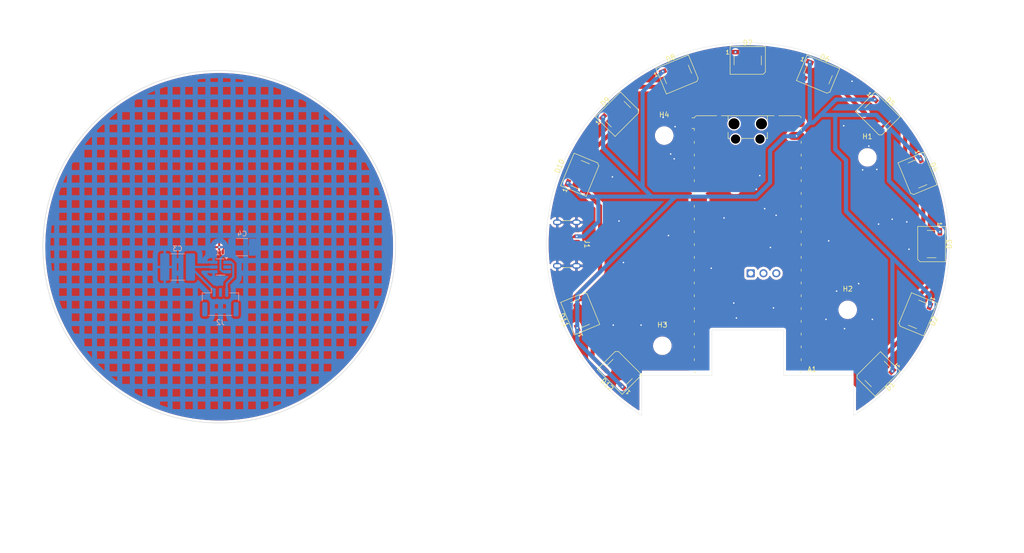
<source format=kicad_pcb>
(kicad_pcb (version 20241229) (generator "pcbnew") (generator_version "9.0")
  (layers (0 "F.Cu" signal) (2 "B.Cu" signal) (13 "F.Paste" user) (15 "B.Paste" user) (5 "F.SilkS" user "F.Silkscreen") (7 "B.SilkS" user "B.Silkscreen") (1 "F.Mask" user) (3 "B.Mask" user) (25 "Edge.Cuts" user))
  (net 0 "")
  (net 3 "GND")
  (net 12 "Net-(A1-GPIO16)")
  (net 30 "Net-(D1-DOUT)")
  (net 31 "+5V")
  (net 32 "Net-(D2-DOUT)")
  (net 33 "Net-(D3-DOUT)")
  (net 34 "Net-(D4-DOUT)")
  (net 35 "Net-(D5-DOUT)")
  (net 36 "Net-(D6-DOUT)")
  (net 37 "Net-(D7-DOUT)")
  (net 38 "Net-(D8-DOUT)")
  (net 39 "Net-(D10-DIN)")
  (net 40 "Net-(D10-DOUT)")
  (net 41 "Net-(D11-DOUT)")
  (net 43 "Net-(J1-CC1)")
  (net 44 "Net-(J1-CC2)")
  (net 46 "+3V3")
  (net 48 "Net-(J2-Pin_3)")
  (net 49 "Net-(J2-Pin_1)")
  (net 51 "Net-(U1-I)")
  (footprint "MountingHole:MountingHole_3.2mm_M3" (layer "F.Cu") (at 216.74 103.95)
    (property "Reference" "H2" (at 0 -4.15 0) (layer "F.SilkS"))
    (property "Value" "MountingHole")
    (pad "" np_thru_hole circle (at 0 0) (size 3.2 3.2) (drill 3.2) (layers "*.Cu" "*.Mask"))
  )
  (footprint "Connector_USB:USB_C_Receptacle_GCT_USB4125-xx-x-0190_6P_TopMnt_Horizontal" (layer "F.Cu") (at 159.9 90.89 -90)
    (property "Reference" "J1" (at 0 -5.1 270) (layer "F.SilkS"))
    (property "Value" "USB_C_Receptacle_PowerOnly_6P")
    (pad "A5" smd roundrect (at -0.5 -3.08 270) (size 0.7 1.2) (layers "F.Cu" "F.Mask" "F.Paste") (net 43 "Net-(J1-CC1)"))
    (pad "A9" smd roundrect (at 1.52 -3.08 90) (size 0.76 1.2) (layers "F.Cu" "F.Mask" "F.Paste") (net 31 "+5V"))
    (pad "A12" smd roundrect (at 2.75 -3.08 90) (size 0.8 1.2) (layers "F.Cu" "F.Mask" "F.Paste") (net 3 "GND"))
    (pad "B5" smd roundrect (at 0.5 -3.08 90) (size 0.7 1.2) (layers "F.Cu" "F.Mask" "F.Paste") (net 44 "Net-(J1-CC2)"))
    (pad "B9" smd roundrect (at -1.52 -3.08 270) (size 0.76 1.2) (layers "F.Cu" "F.Mask" "F.Paste") (net 31 "+5V"))
    (pad "B12" smd roundrect (at -2.75 -3.08 270) (size 0.8 1.2) (layers "F.Cu" "F.Mask" "F.Paste") (net 3 "GND"))
    (pad "S1" thru_hole oval (at -4.32 -3 270) (size 1.1 1.7) (drill oval 0.6 1.2) (property pad_prop_heatsink) (layers "*.Cu" "*.Mask" "F.Paste") (net 3 "GND"))
    (pad "S1" thru_hole oval (at -4.32 0.8 270) (size 1.1 1.7) (drill oval 0.6 1.2) (property pad_prop_heatsink) (layers "*.Cu" "*.Mask" "F.Paste") (net 3 "GND"))
    (pad "S1" thru_hole oval (at 4.32 -3 270) (size 1.1 1.7) (drill oval 0.6 1.2) (property pad_prop_heatsink) (layers "*.Cu" "*.Mask" "F.Paste") (net 3 "GND"))
    (pad "S1" thru_hole oval (at 4.32 0.8 270) (size 1.1 1.7) (drill oval 0.6 1.2) (property pad_prop_heatsink) (layers "*.Cu" "*.Mask" "F.Paste") (net 3 "GND"))
  )
  (footprint "LED_SMD:LED_WS2812B_PLCC4_5.0x5.0mm_P3.2mm" (layer "F.Cu") (at 222.705538 116.690715 -135)
    (property "Reference" "D1" (at 0 -3.5 45) (layer "F.SilkS"))
    (property "Value" "WS2812B")
    (fp_text user "1" (at -4 -1.6 225) (layer "F.SilkS") (effects (font (size 0.8 0.8))))
    (pad "1" smd roundrect (at -2.45 -1.65 225) (size 1.5 0.9) (layers "F.Cu" "F.Mask" "F.Paste") (roundrect_rratio 0.1) (net 31 "+5V"))
    (pad "2" smd roundrect (at -2.45 1.65 225) (size 1.5 0.9) (layers "F.Cu" "F.Mask" "F.Paste") (roundrect_rratio 0.1) (net 30 "Net-(D1-DOUT)"))
    (pad "3" smd roundrect (at 2.45 1.65 225) (size 1.5 0.9) (layers "F.Cu" "F.Mask" "F.Paste") (roundrect_rratio 0.1) (net 3 "GND"))
    (pad "4" smd roundrect (at 2.45 -1.65 225) (size 1.5 0.9) (layers "F.Cu" "F.Mask" "F.Paste") (roundrect_rratio 0.1) (net 12 "Net-(A1-GPIO16)"))
  )
  (footprint "Module:RaspberryPi_Pico_W_SMD_HandSolder" (layer "F.Cu") (at 196.9 91)
    (property "Reference" "A1" (at 11.7475 24.765 0) (layer "F.SilkS") (effects (justify left)))
    (property "Value" "RaspberryPi_Pico_W")
    (pad "" smd rect (at -8.89 -24.13) (size 3.8 2.2) (drill (offset -0.8 0)) (layers "F.Paste"))
    (pad "" smd rect (at -8.89 -21.59) (size 3.8 2.2) (drill (offset -0.8 0)) (layers "F.Paste"))
    (pad "" smd rect (at -8.89 -19.05) (size 3.8 2.2) (drill (offset -0.8 0)) (layers "F.Paste"))
    (pad "" smd rect (at -8.89 -16.51) (size 3.8 2.2) (drill (offset -0.8 0)) (layers "F.Paste"))
    (pad "" smd rect (at -8.89 -13.97) (size 3.8 2.2) (drill (offset -0.8 0)) (layers "F.Paste"))
    (pad "" smd rect (at -8.89 -11.43) (size 3.8 2.2) (drill (offset -0.8 0)) (layers "F.Paste"))
    (pad "" smd rect (at -8.89 -8.89) (size 3.8 2.2) (drill (offset -0.8 0)) (layers "F.Paste"))
    (pad "" smd rect (at -8.89 -6.35) (size 3.8 2.2) (drill (offset -0.8 0)) (layers "F.Paste"))
    (pad "" smd rect (at -8.89 -3.81) (size 3.8 2.2) (drill (offset -0.8 0)) (layers "F.Paste"))
    (pad "" smd rect (at -8.89 -1.27) (size 3.8 2.2) (drill (offset -0.8 0)) (layers "F.Paste"))
    (pad "" smd rect (at -8.89 1.27) (size 3.8 2.2) (drill (offset -0.8 0)) (layers "F.Paste"))
    (pad "" smd rect (at -8.89 3.81) (size 3.8 2.2) (drill (offset -0.8 0)) (layers "F.Paste"))
    (pad "" smd rect (at -8.89 6.35) (size 3.8 2.2) (drill (offset -0.8 0)) (layers "F.Paste"))
    (pad "" smd rect (at -8.89 8.89) (size 3.8 2.2) (drill (offset -0.8 0)) (layers "F.Paste"))
    (pad "" smd rect (at -8.89 11.43) (size 3.8 2.2) (drill (offset -0.8 0)) (layers "F.Paste"))
    (pad "" smd rect (at -8.89 13.97) (size 3.8 2.2) (drill (offset -0.8 0)) (layers "F.Paste"))
    (pad "" smd rect (at -8.89 16.51) (size 3.8 2.2) (drill (offset -0.8 0)) (layers "F.Paste"))
    (pad "" smd rect (at -8.89 19.05) (size 3.8 2.2) (drill (offset -0.8 0)) (layers "F.Paste"))
    (pad "" smd rect (at -8.89 21.59) (size 3.8 2.2) (drill (offset -0.8 0)) (layers "F.Paste"))
    (pad "" smd rect (at -8.89 24.13) (size 3.8 2.2) (drill (offset -0.8 0)) (layers "F.Paste"))
    (pad "" np_thru_hole circle (at -2.725 -24) (size 2.2 2.2) (drill 2.2) (layers "*.Mask"))
    (pad "" np_thru_hole circle (at -2.425 -20.97) (size 1.85 1.85) (drill 1.85) (layers "*.Mask"))
    (pad "" np_thru_hole circle (at 2.425 -20.97) (size 1.85 1.85) (drill 1.85) (layers "*.Mask"))
    (pad "" np_thru_hole circle (at 2.725 -24) (size 2.2 2.2) (drill 2.2) (layers "*.Mask"))
    (pad "" smd rect (at 8.89 -24.13) (size 3.8 2.2) (drill (offset 0.8 0)) (layers "F.Paste"))
    (pad "" smd rect (at 8.89 -21.59) (size 3.8 2.2) (drill (offset 0.8 0)) (layers "F.Paste"))
    (pad "" smd rect (at 8.89 -19.05) (size 3.8 2.2) (drill (offset 0.8 0)) (layers "F.Paste"))
    (pad "" smd rect (at 8.89 -16.51) (size 3.8 2.2) (drill (offset 0.8 0)) (layers "F.Paste"))
    (pad "" smd rect (at 8.89 -13.97) (size 3.8 2.2) (drill (offset 0.8 0)) (layers "F.Paste"))
    (pad "" smd rect (at 8.89 -11.43) (size 3.8 2.2) (drill (offset 0.8 0)) (layers "F.Paste"))
    (pad "" smd rect (at 8.89 -8.89) (size 3.8 2.2) (drill (offset 0.8 0)) (layers "F.Paste"))
    (pad "" smd rect (at 8.89 -6.35) (size 3.8 2.2) (drill (offset 0.8 0)) (layers "F.Paste"))
    (pad "" smd rect (at 8.89 -3.81) (size 3.8 2.2) (drill (offset 0.8 0)) (layers "F.Paste"))
    (pad "" smd rect (at 8.89 -1.27) (size 3.8 2.2) (drill (offset 0.8 0)) (layers "F.Paste"))
    (pad "" smd rect (at 8.89 1.27) (size 3.8 2.2) (drill (offset 0.8 0)) (layers "F.Paste"))
    (pad "" smd rect (at 8.89 3.81) (size 3.8 2.2) (drill (offset 0.8 0)) (layers "F.Paste"))
    (pad "" smd rect (at 8.89 6.35) (size 3.8 2.2) (drill (offset 0.8 0)) (layers "F.Paste"))
    (pad "" smd rect (at 8.89 8.89) (size 3.8 2.2) (drill (offset 0.8 0)) (layers "F.Paste"))
    (pad "" smd rect (at 8.89 11.43) (size 3.8 2.2) (drill (offset 0.8 0)) (layers "F.Paste"))
    (pad "" smd rect (at 8.89 13.97) (size 3.8 2.2) (drill (offset 0.8 0)) (layers "F.Paste"))
    (pad "" smd rect (at 8.89 16.51) (size 3.8 2.2) (drill (offset 0.8 0)) (layers "F.Paste"))
    (pad "" smd rect (at 8.89 19.05) (size 3.8 2.2) (drill (offset 0.8 0)) (layers "F.Paste"))
    (pad "" smd rect (at 8.89 21.59) (size 3.8 2.2) (drill (offset 0.8 0)) (layers "F.Paste"))
    (pad "" smd rect (at 8.89 24.13) (size 3.8 2.2) (drill (offset 0.8 0)) (layers "F.Paste"))
    (pad "1" smd custom (at -9.69 -24.13) (size 1.6 0.8) (layers "F.Cu" "F.Mask") (options (clearance outline) (anchor rect)) (primitives (gr_circle (center 0.8 0) (end 1.6 0) (width 0) (fill yes)) (gr_poly (pts (xy -1.6 -0.6) (xy -1.6 0.6) (xy -1.4 0.8) (xy 0.8 0.8) (xy 0.8 -0.8) (xy -1.4 -0.8)) (width 0) (fill yes)) (gr_circle (center -1.4 -0.6) (end -1.2 -0.6) (width 0) (fill yes)) (gr_circle (center -1.4 0.6) (end -1.2 0.6) (width 0) (fill yes))))
    (pad "2" smd roundrect (at -9.69 -21.59) (size 3.2 1.6) (layers "F.Cu" "F.Mask") (roundrect_rratio 0.5))
    (pad "3" smd custom (at -9.69 -19.05) (size 1.6 0.8) (layers "F.Cu" "F.Mask") (net 3 "GND") (options (clearance outline) (anchor rect)) (primitives (gr_circle (center -0.8 0) (end 0 0) (width 0) (fill yes)) (gr_poly (pts (xy 1.6 -0.6) (xy 1.6 0.6) (xy 1.4 0.8) (xy -0.8 0.8) (xy -0.8 -0.8) (xy 1.4 -0.8)) (width 0) (fill yes)) (gr_circle (center 1.4 -0.6) (end 1.6 -0.6) (width 0) (fill yes)) (gr_circle (center 1.4 0.6) (end 1.6 0.6) (width 0) (fill yes))))
    (pad "4" smd roundrect (at -9.69 -16.51) (size 3.2 1.6) (layers "F.Cu" "F.Mask") (roundrect_rratio 0.5))
    (pad "5" smd roundrect (at -9.69 -13.97) (size 3.2 1.6) (layers "F.Cu" "F.Mask") (roundrect_rratio 0.5))
    (pad "6" smd roundrect (at -9.69 -11.43) (size 3.2 1.6) (layers "F.Cu" "F.Mask") (roundrect_rratio 0.5))
    (pad "7" smd roundrect (at -9.69 -8.89) (size 3.2 1.6) (layers "F.Cu" "F.Mask") (roundrect_rratio 0.5))
    (pad "8" smd custom (at -9.69 -6.35) (size 1.6 0.8) (layers "F.Cu" "F.Mask") (net 3 "GND") (options (clearance outline) (anchor rect)) (primitives (gr_circle (center -0.8 0) (end 0 0) (width 0) (fill yes)) (gr_poly (pts (xy 1.6 -0.6) (xy 1.6 0.6) (xy 1.4 0.8) (xy -0.8 0.8) (xy -0.8 -0.8) (xy 1.4 -0.8)) (width 0) (fill yes)) (gr_circle (center 1.4 -0.6) (end 1.6 -0.6) (width 0) (fill yes)) (gr_circle (center 1.4 0.6) (end 1.6 0.6) (width 0) (fill yes))))
    (pad "9" smd roundrect (at -9.69 -3.81) (size 3.2 1.6) (layers "F.Cu" "F.Mask") (roundrect_rratio 0.5))
    (pad "10" smd roundrect (at -9.69 -1.27) (size 3.2 1.6) (layers "F.Cu" "F.Mask") (roundrect_rratio 0.5))
    (pad "11" smd roundrect (at -9.69 1.27) (size 3.2 1.6) (layers "F.Cu" "F.Mask") (roundrect_rratio 0.5))
    (pad "12" smd roundrect (at -9.69 3.81) (size 3.2 1.6) (layers "F.Cu" "F.Mask") (roundrect_rratio 0.5))
    (pad "13" smd custom (at -9.69 6.35) (size 1.6 0.8) (layers "F.Cu" "F.Mask") (net 3 "GND") (options (clearance outline) (anchor rect)) (primitives (gr_circle (center -0.8 0) (end 0 0) (width 0) (fill yes)) (gr_poly (pts (xy 1.6 -0.6) (xy 1.6 0.6) (xy 1.4 0.8) (xy -0.8 0.8) (xy -0.8 -0.8) (xy 1.4 -0.8)) (width 0) (fill yes)) (gr_circle (center 1.4 -0.6) (end 1.6 -0.6) (width 0) (fill yes)) (gr_circle (center 1.4 0.6) (end 1.6 0.6) (width 0) (fill yes))))
    (pad "14" smd roundrect (at -9.69 8.89) (size 3.2 1.6) (layers "F.Cu" "F.Mask") (roundrect_rratio 0.5))
    (pad "15" smd roundrect (at -9.69 11.43) (size 3.2 1.6) (layers "F.Cu" "F.Mask") (roundrect_rratio 0.5))
    (pad "16" smd roundrect (at -9.69 13.97) (size 3.2 1.6) (layers "F.Cu" "F.Mask") (roundrect_rratio 0.5))
    (pad "17" smd roundrect (at -9.69 16.51) (size 3.2 1.6) (layers "F.Cu" "F.Mask") (roundrect_rratio 0.5))
    (pad "18" smd custom (at -9.69 19.05) (size 1.6 0.8) (layers "F.Cu" "F.Mask") (net 3 "GND") (options (clearance outline) (anchor rect)) (primitives (gr_circle (center -0.8 0) (end 0 0) (width 0) (fill yes)) (gr_poly (pts (xy 1.6 -0.6) (xy 1.6 0.6) (xy 1.4 0.8) (xy -0.8 0.8) (xy -0.8 -0.8) (xy 1.4 -0.8)) (width 0) (fill yes)) (gr_circle (center 1.4 -0.6) (end 1.6 -0.6) (width 0) (fill yes)) (gr_circle (center 1.4 0.6) (end 1.6 0.6) (width 0) (fill yes))))
    (pad "19" smd roundrect (at -9.69 21.59) (size 3.2 1.6) (layers "F.Cu" "F.Mask") (roundrect_rratio 0.5))
    (pad "20" smd roundrect (at -9.69 24.13) (size 3.2 1.6) (layers "F.Cu" "F.Mask") (roundrect_rratio 0.5))
    (pad "21" smd roundrect (at 9.69 24.13) (size 3.2 1.6) (layers "F.Cu" "F.Mask") (roundrect_rratio 0.5) (net 12 "Net-(A1-GPIO16)"))
    (pad "22" smd roundrect (at 9.69 21.59) (size 3.2 1.6) (layers "F.Cu" "F.Mask") (roundrect_rratio 0.5))
    (pad "23" smd custom (at 9.69 19.05) (size 1.6 0.8) (layers "F.Cu" "F.Mask") (net 3 "GND") (options (clearance outline) (anchor rect)) (primitives (gr_circle (center 0.8 0) (end 1.6 0) (width 0) (fill yes)) (gr_poly (pts (xy -1.6 -0.6) (xy -1.6 0.6) (xy -1.4 0.8) (xy 0.8 0.8) (xy 0.8 -0.8) (xy -1.4 -0.8)) (width 0) (fill yes)) (gr_circle (center -1.4 -0.6) (end -1.2 -0.6) (width 0) (fill yes)) (gr_circle (center -1.4 0.6) (end -1.2 0.6) (width 0) (fill yes))))
    (pad "24" smd roundrect (at 9.69 16.51) (size 3.2 1.6) (layers "F.Cu" "F.Mask") (roundrect_rratio 0.5))
    (pad "25" smd roundrect (at 9.69 13.97) (size 3.2 1.6) (layers "F.Cu" "F.Mask") (roundrect_rratio 0.5))
    (pad "26" smd roundrect (at 9.69 11.43) (size 3.2 1.6) (layers "F.Cu" "F.Mask") (roundrect_rratio 0.5))
    (pad "27" smd roundrect (at 9.69 8.89) (size 3.2 1.6) (layers "F.Cu" "F.Mask") (roundrect_rratio 0.5))
    (pad "28" smd custom (at 9.69 6.35) (size 1.6 0.8) (layers "F.Cu" "F.Mask") (net 3 "GND") (options (clearance outline) (anchor rect)) (primitives (gr_circle (center 0.8 0) (end 1.6 0) (width 0) (fill yes)) (gr_poly (pts (xy -1.6 -0.6) (xy -1.6 0.6) (xy -1.4 0.8) (xy 0.8 0.8) (xy 0.8 -0.8) (xy -1.4 -0.8)) (width 0) (fill yes)) (gr_circle (center -1.4 -0.6) (end -1.2 -0.6) (width 0) (fill yes)) (gr_circle (center -1.4 0.6) (end -1.2 0.6) (width 0) (fill yes))))
    (pad "29" smd roundrect (at 9.69 3.81) (size 3.2 1.6) (layers "F.Cu" "F.Mask") (roundrect_rratio 0.5))
    (pad "30" smd roundrect (at 9.69 1.27) (size 3.2 1.6) (layers "F.Cu" "F.Mask") (roundrect_rratio 0.5))
    (pad "31" smd roundrect (at 9.69 -1.27) (size 3.2 1.6) (layers "F.Cu" "F.Mask") (roundrect_rratio 0.5))
    (pad "32" smd roundrect (at 9.69 -3.81) (size 3.2 1.6) (layers "F.Cu" "F.Mask") (roundrect_rratio 0.5))
    (pad "33" smd custom (at 9.69 -6.35) (size 1.6 0.8) (layers "F.Cu" "F.Mask") (net 3 "GND") (options (clearance outline) (anchor rect)) (primitives (gr_circle (center 0.8 0) (end 1.6 0) (width 0) (fill yes)) (gr_poly (pts (xy -1.6 -0.6) (xy -1.6 0.6) (xy -1.4 0.8) (xy 0.8 0.8) (xy 0.8 -0.8) (xy -1.4 -0.8)) (width 0) (fill yes)) (gr_circle (center -1.4 -0.6) (end -1.2 -0.6) (width 0) (fill yes)) (gr_circle (center -1.4 0.6) (end -1.2 0.6) (width 0) (fill yes))))
    (pad "34" smd roundrect (at 9.69 -8.89) (size 3.2 1.6) (layers "F.Cu" "F.Mask") (roundrect_rratio 0.5))
    (pad "35" smd roundrect (at 9.69 -11.43) (size 3.2 1.6) (layers "F.Cu" "F.Mask") (roundrect_rratio 0.5))
    (pad "36" smd roundrect (at 9.69 -13.97) (size 3.2 1.6) (layers "F.Cu" "F.Mask") (roundrect_rratio 0.5) (net 46 "+3V3"))
    (pad "37" smd roundrect (at 9.69 -16.51) (size 3.2 1.6) (layers "F.Cu" "F.Mask") (roundrect_rratio 0.5))
    (pad "38" smd custom (at 9.69 -19.05) (size 1.6 0.8) (layers "F.Cu" "F.Mask") (net 3 "GND") (options (clearance outline) (anchor rect)) (primitives (gr_circle (center 0.8 0) (end 1.6 0) (width 0) (fill yes)) (gr_poly (pts (xy -1.6 -0.6) (xy -1.6 0.6) (xy -1.4 0.8) (xy 0.8 0.8) (xy 0.8 -0.8) (xy -1.4 -0.8)) (width 0) (fill yes)) (gr_circle (center -1.4 -0.6) (end -1.2 -0.6) (width 0) (fill yes)) (gr_circle (center -1.4 0.6) (end -1.2 0.6) (width 0) (fill yes))))
    (pad "39" smd roundrect (at 9.69 -21.59) (size 3.2 1.6) (layers "F.Cu" "F.Mask") (roundrect_rratio 0.5) (net 31 "+5V"))
    (pad "40" smd roundrect (at 9.69 -24.13) (size 3.2 1.6) (layers "F.Cu" "F.Mask") (roundrect_rratio 0.5))
    (pad "D1" thru_hole roundrect (at 0.5841 5.7) (size 1.6 1.6) (drill 1) (layers "*.Cu" "*.Mask") (roundrect_rratio 0.125))
    (pad "D2" thru_hole circle (at 3.1241 5.7) (size 1.6 1.6) (drill 1) (layers "*.Cu" "*.Mask"))
    (pad "D3" thru_hole circle (at 5.6641 5.7) (size 1.6 1.6) (drill 1) (layers "*.Cu" "*.Mask"))
    (zone (net 0) (net_name "") (layers "F.Cu" "B.Cu" "F.Paste" "B.Paste") (name "RF Copper Keep Out") (connect_pads (clearance 0)) (min_thickness 0.254)
      (keepout (tracks not_allowed) (vias not_allowed) (pads not_allowed) (copperpour not_allowed) (footprints not_allowed))
      (fill (thermal_gap 0.508) (thermal_bridge_width 0.508))
      (polygon (pts (xy 175.9 116) (xy 217.9 116) (xy 217.9 126) (xy 175.9 126)))
    )
    (zone (net 0) (net_name "") (layers "F.Cu" "B.Cu" "F.Paste" "B.Paste") (name "Antenna Copper Keep Out") (connect_pads (clearance 0)) (min_thickness 0.254)
      (keepout (tracks not_allowed) (vias not_allowed) (pads not_allowed) (copperpour not_allowed) (footprints not_allowed))
      (fill (thermal_gap 0.508) (thermal_bridge_width 0.508))
      (polygon (pts (xy 194.5 115.989895) (xy 189.8 112.339895) (xy 189.8 108) (xy 204 108) (xy 204 112.339895) (xy 199.3 115.989895) (xy 199.3 116) (xy 194.5 116)))
    )
    (zone (net 0) (net_name "") (layers "F.Cu" "F.Paste") (name "Pad Keep Out TP6") (connect_pads (clearance 0)) (min_thickness 0.25)
      (keepout (tracks not_allowed) (vias not_allowed) (pads not_allowed) (copperpour not_allowed) (footprints allowed))
      (fill (thermal_gap 0.5) (thermal_bridge_width 0.5))
      (polygon (pts (xy 193.884455 80.947861) (xy 193.757833 80.913932) (xy 193.644306 80.848388) (xy 193.551612 80.755694) (xy 193.486068 80.642167) (xy 193.452139 80.515545) (xy 193.45 80.45) (xy 193.45 76.75) (xy 195.35 76.75) (xy 195.35 80.45) (xy 195.347861 80.515545) (xy 195.313932 80.642167) (xy 195.248388 80.755694) (xy 195.155694 80.848388) (xy 195.042167 80.913932) (xy 194.915545 80.947861) (xy 194.85 80.95) (xy 193.95 80.95)))
    )
    (zone (net 0) (net_name "") (layers "F.Cu" "F.Paste") (name "Pad Keep Out TP3") (connect_pads (clearance 0)) (min_thickness 0.25)
      (keepout (tracks not_allowed) (vias not_allowed) (pads not_allowed) (copperpour not_allowed) (footprints allowed))
      (fill (thermal_gap 0.5) (thermal_bridge_width 0.5))
      (polygon (pts (xy 194.952139 66.184455) (xy 194.986068 66.057833) (xy 195.051612 65.944306) (xy 195.144306 65.851612) (xy 195.257833 65.786068) (xy 195.384455 65.752139) (xy 195.45 65.75) (xy 195.9 65.75) (xy 195.9 67.65) (xy 195.45 67.65) (xy 195.384455 67.647861) (xy 195.257833 67.613932) (xy 195.144306 67.548388) (xy 195.051612 67.455694) (xy 194.986068 67.342167) (xy 194.952139 67.215545) (xy 194.95 67.15) (xy 194.95 66.25)))
    )
    (zone (net 0) (net_name "") (layers "F.Cu" "F.Paste") (name "Pad Keep Out TP4") (connect_pads (clearance 0)) (min_thickness 0.25)
      (keepout (tracks not_allowed) (vias not_allowed) (pads not_allowed) (copperpour not_allowed) (footprints allowed))
      (fill (thermal_gap 0.5) (thermal_bridge_width 0.5))
      (polygon (pts (xy 195.35 76.75) (xy 195.35 73.05) (xy 195.347861 72.984455) (xy 195.313933 72.857833) (xy 195.248388 72.744306) (xy 195.155694 72.651612) (xy 195.042167 72.586067) (xy 194.915545 72.552139) (xy 194.85 72.55) (xy 193.95 72.55) (xy 193.884455 72.552139) (xy 193.757833 72.586067) (xy 193.644306 72.651612) (xy 193.551612 72.744306) (xy 193.486067 72.857833) (xy 193.452139 72.984455) (xy 193.45 73.05) (xy 193.45 76.75)))
    )
    (zone (net 0) (net_name "") (layers "F.Cu" "F.Paste") (name "Pad Keep Out TP3") (connect_pads (clearance 0)) (min_thickness 0.25)
      (keepout (tracks not_allowed) (vias not_allowed) (pads not_allowed) (copperpour not_allowed) (footprints allowed))
      (fill (thermal_gap 0.5) (thermal_bridge_width 0.5))
      (polygon (pts (xy 195.9 67.65) (xy 196.35 67.65) (xy 196.415545 67.647861) (xy 196.542167 67.613933) (xy 196.655694 67.548388) (xy 196.748388 67.455694) (xy 196.813933 67.342167) (xy 196.847861 67.215545) (xy 196.85 67.15) (xy 196.85 66.25) (xy 196.847861 66.184455) (xy 196.813933 66.057833) (xy 196.748388 65.944306) (xy 196.655694 65.851612) (xy 196.542167 65.786067) (xy 196.415545 65.752139) (xy 196.35 65.75) (xy 195.9 65.75)))
    )
    (zone (net 0) (net_name "") (layers "F.Cu" "F.Paste") (name "Pad Keep Out TP1") (connect_pads (clearance 0)) (min_thickness 0.25)
      (keepout (tracks not_allowed) (vias not_allowed) (pads not_allowed) (copperpour not_allowed) (footprints allowed))
      (fill (thermal_gap 0.5) (thermal_bridge_width 0.5))
      (polygon (pts (xy 195.952139 69.484455) (xy 195.986068 69.357833) (xy 196.051612 69.244306) (xy 196.144306 69.151612) (xy 196.257833 69.086068) (xy 196.384455 69.052139) (xy 196.45 69.05) (xy 196.9 69.05) (xy 196.9 70.95) (xy 196.45 70.95) (xy 196.384455 70.947861) (xy 196.257833 70.913932) (xy 196.144306 70.848388) (xy 196.051612 70.755694) (xy 195.986068 70.642167) (xy 195.952139 70.515545) (xy 195.95 70.45) (xy 195.95 69.55)))
    )
    (zone (net 0) (net_name "") (layers "F.Cu" "F.Paste") (name "Pad Keep Out TP1") (connect_pads (clearance 0)) (min_thickness 0.25)
      (keepout (tracks not_allowed) (vias not_allowed) (pads not_allowed) (copperpour not_allowed) (footprints allowed))
      (fill (thermal_gap 0.5) (thermal_bridge_width 0.5))
      (polygon (pts (xy 196.9 70.95) (xy 197.35 70.95) (xy 197.415545 70.947861) (xy 197.542167 70.913933) (xy 197.655694 70.848388) (xy 197.748388 70.755694) (xy 197.813933 70.642167) (xy 197.847861 70.515545) (xy 197.85 70.45) (xy 197.85 69.55) (xy 197.847861 69.484455) (xy 197.813933 69.357833) (xy 197.748388 69.244306) (xy 197.655694 69.151612) (xy 197.542167 69.086067) (xy 197.415545 69.052139) (xy 197.35 69.05) (xy 196.9 69.05)))
    )
    (zone (net 0) (net_name "") (layers "F.Cu" "F.Paste") (name "Pad Keep Out TP2") (connect_pads (clearance 0)) (min_thickness 0.25)
      (keepout (tracks not_allowed) (vias not_allowed) (pads not_allowed) (copperpour not_allowed) (footprints allowed))
      (fill (thermal_gap 0.5) (thermal_bridge_width 0.5))
      (polygon (pts (xy 196.952139 66.199455) (xy 196.986068 66.072833) (xy 197.051612 65.959306) (xy 197.144306 65.866612) (xy 197.257833 65.801068) (xy 197.384455 65.767139) (xy 197.45 65.765) (xy 197.9 65.765) (xy 197.9 67.665) (xy 197.45 67.665) (xy 197.384455 67.662861) (xy 197.257833 67.628932) (xy 197.144306 67.563388) (xy 197.051612 67.470694) (xy 196.986068 67.357167) (xy 196.952139 67.230545) (xy 196.95 67.165) (xy 196.95 66.265)))
    )
    (zone (net 0) (net_name "") (layers "F.Cu" "F.Paste") (name "Pad Keep Out TP2") (connect_pads (clearance 0)) (min_thickness 0.25)
      (keepout (tracks not_allowed) (vias not_allowed) (pads not_allowed) (copperpour not_allowed) (footprints allowed))
      (fill (thermal_gap 0.5) (thermal_bridge_width 0.5))
      (polygon (pts (xy 197.9 67.665) (xy 198.35 67.665) (xy 198.415545 67.662861) (xy 198.542167 67.628933) (xy 198.655694 67.563388) (xy 198.748388 67.470694) (xy 198.813933 67.357167) (xy 198.847861 67.230545) (xy 198.85 67.165) (xy 198.85 66.265) (xy 198.847861 66.199455) (xy 198.813933 66.072833) (xy 198.748388 65.959306) (xy 198.655694 65.866612) (xy 198.542167 65.801067) (xy 198.415545 65.767139) (xy 198.35 65.765) (xy 197.9 65.765)))
    )
  )
  (footprint "LED_SMD:LED_WS2812B_PLCC4_5.0x5.0mm_P3.2mm" (layer "F.Cu") (at 163.642933 77.12 67.5)
    (property "Reference" "D10" (at -0.006526 -4.405808 67.5) (layer "F.SilkS"))
    (property "Value" "WS2812B")
    (fp_text user "1" (at -4 -1.6 67.5) (layer "F.SilkS") (effects (font (size 0.8 0.8))))
    (pad "1" smd roundrect (at -2.45 -1.65 67.5) (size 1.5 0.9) (layers "F.Cu" "F.Mask" "F.Paste") (roundrect_rratio 0.1) (net 31 "+5V"))
    (pad "2" smd roundrect (at -2.45 1.65 67.5) (size 1.5 0.9) (layers "F.Cu" "F.Mask" "F.Paste") (roundrect_rratio 0.1) (net 40 "Net-(D10-DOUT)"))
    (pad "3" smd roundrect (at 2.45 1.65 67.5) (size 1.5 0.9) (layers "F.Cu" "F.Mask" "F.Paste") (roundrect_rratio 0.1) (net 3 "GND"))
    (pad "4" smd roundrect (at 2.45 -1.65 67.5) (size 1.5 0.9) (layers "F.Cu" "F.Mask" "F.Paste") (roundrect_rratio 0.1) (net 39 "Net-(D10-DIN)"))
  )
  (footprint "LED_SMD:LED_WS2812B_PLCC4_5.0x5.0mm_P3.2mm" (layer "F.Cu") (at 163.648591 104.661154 112.5)
    (property "Reference" "D11" (at 0 -3.5 112.5) (layer "F.SilkS"))
    (property "Value" "WS2812B")
    (fp_text user "1" (at -4 -1.600001 112.5) (layer "F.SilkS") (effects (font (size 0.8 0.8))))
    (pad "1" smd roundrect (at -2.45 -1.65 112.5) (size 1.5 0.9) (layers "F.Cu" "F.Mask" "F.Paste") (roundrect_rratio 0.1) (net 31 "+5V"))
    (pad "2" smd roundrect (at -2.45 1.65 112.5) (size 1.5 0.9) (layers "F.Cu" "F.Mask" "F.Paste") (roundrect_rratio 0.1) (net 41 "Net-(D11-DOUT)"))
    (pad "3" smd roundrect (at 2.45 1.65 112.5) (size 1.5 0.9) (layers "F.Cu" "F.Mask" "F.Paste") (roundrect_rratio 0.1) (net 3 "GND"))
    (pad "4" smd roundrect (at 2.45 -1.65 112.5) (size 1.5 0.9) (layers "F.Cu" "F.Mask" "F.Paste") (roundrect_rratio 0.1) (net 40 "Net-(D10-DOUT)"))
  )
  (footprint "LED_SMD:LED_WS2812B_PLCC4_5.0x5.0mm_P3.2mm" (layer "F.Cu") (at 230.597893 76.932106 -67.5)
    (property "Reference" "D4" (at 0 -3.5 112.5) (layer "F.SilkS"))
    (property "Value" "WS2812B")
    (fp_text user "1" (at -4.000001 -1.6 292.5) (layer "F.SilkS") (effects (font (size 0.8 0.8))))
    (pad "1" smd roundrect (at -2.45 -1.65 292.5) (size 1.5 0.9) (layers "F.Cu" "F.Mask" "F.Paste") (roundrect_rratio 0.1) (net 31 "+5V"))
    (pad "2" smd roundrect (at -2.45 1.65 292.5) (size 1.5 0.9) (layers "F.Cu" "F.Mask" "F.Paste") (roundrect_rratio 0.1) (net 34 "Net-(D4-DOUT)"))
    (pad "3" smd roundrect (at 2.45 1.65 292.5) (size 1.5 0.9) (layers "F.Cu" "F.Mask" "F.Paste") (roundrect_rratio 0.1) (net 3 "GND"))
    (pad "4" smd roundrect (at 2.45 -1.65 292.5) (size 1.5 0.9) (layers "F.Cu" "F.Mask" "F.Paste") (roundrect_rratio 0.1) (net 33 "Net-(D3-DOUT)"))
  )
  (footprint "LED_SMD:LED_WS2812B_PLCC4_5.0x5.0mm_P3.2mm" (layer "F.Cu") (at 230.61 104.85 -112.4)
    (property "Reference" "D2" (at 0 -3.500001 67.6) (layer "F.SilkS"))
    (property "Value" "WS2812B")
    (fp_text user "1" (at -4 -1.6 247.6) (layer "F.SilkS") (effects (font (size 0.8 0.8))))
    (pad "1" smd roundrect (at -2.449999 -1.65 247.6) (size 1.5 0.9) (layers "F.Cu" "F.Mask" "F.Paste") (roundrect_rratio 0.1) (net 31 "+5V"))
    (pad "2" smd roundrect (at -2.449999 1.65 247.6) (size 1.5 0.9) (layers "F.Cu" "F.Mask" "F.Paste") (roundrect_rratio 0.1) (net 32 "Net-(D2-DOUT)"))
    (pad "3" smd roundrect (at 2.449999 1.65 247.6) (size 1.5 0.9) (layers "F.Cu" "F.Mask" "F.Paste") (roundrect_rratio 0.1) (net 3 "GND"))
    (pad "4" smd roundrect (at 2.449999 -1.65 247.6) (size 1.5 0.9) (layers "F.Cu" "F.Mask" "F.Paste") (roundrect_rratio 0.1) (net 30 "Net-(D1-DOUT)"))
  )
  (footprint "LED_SMD:LED_WS2812B_PLCC4_5.0x5.0mm_P3.2mm" (layer "F.Cu") (at 233.38135 90.893246 -90)
    (property "Reference" "D3" (at 0 -3.5 90) (layer "F.SilkS"))
    (property "Value" "WS2812B" (hide yes))
    (fp_text user "1" (at -4 -1.6 270) (layer "F.SilkS") (effects (font (size 0.8 0.8))))
    (pad "1" smd roundrect (at -2.45 -1.65 270) (size 1.5 0.9) (layers "F.Cu" "F.Mask" "F.Paste") (roundrect_rratio 0.1) (net 31 "+5V"))
    (pad "2" smd roundrect (at -2.45 1.65 270) (size 1.5 0.9) (layers "F.Cu" "F.Mask" "F.Paste") (roundrect_rratio 0.1) (net 33 "Net-(D3-DOUT)"))
    (pad "3" smd roundrect (at 2.45 1.65 270) (size 1.5 0.9) (layers "F.Cu" "F.Mask" "F.Paste") (roundrect_rratio 0.1) (net 3 "GND"))
    (pad "4" smd roundrect (at 2.45 -1.65 270) (size 1.5 0.9) (layers "F.Cu" "F.Mask" "F.Paste") (roundrect_rratio 0.1) (net 32 "Net-(D2-DOUT)"))
  )
  (footprint "MountingHole:MountingHole_3.2mm_M3" (layer "F.Cu") (at 180.32 69.34)
    (property "Reference" "H4" (at 0 -4.15 0) (layer "F.SilkS"))
    (property "Value" "MountingHole")
    (pad "" np_thru_hole circle (at 0 0) (size 3.2 3.2) (drill 3.2) (layers "*.Cu" "*.Mask"))
  )
  (footprint "MountingHole:MountingHole_3.2mm_M3" (layer "F.Cu") (at 220.65 73.67)
    (property "Reference" "H1" (at 0 -4.15 0) (layer "F.SilkS"))
    (property "Value" "MountingHole")
    (pad "" np_thru_hole circle (at 0 0) (size 3.2 3.2) (drill 3.2) (layers "*.Cu" "*.Mask"))
  )
  (footprint "LED_SMD:LED_WS2812B_PLCC4_5.0x5.0mm_P3.2mm" (layer "F.Cu") (at 196.899547 54.411533)
    (property "Reference" "D7" (at 0 -3.5 0) (layer "F.SilkS"))
    (property "Value" "WS2812B")
    (fp_text user "1" (at -4 -1.6 0) (layer "F.SilkS") (effects (font (size 0.8 0.8))))
    (pad "1" smd roundrect (at -2.45 -1.65) (size 1.5 0.9) (layers "F.Cu" "F.Mask" "F.Paste") (roundrect_rratio 0.1) (net 31 "+5V"))
    (pad "2" smd roundrect (at -2.45 1.65) (size 1.5 0.9) (layers "F.Cu" "F.Mask" "F.Paste") (roundrect_rratio 0.1) (net 37 "Net-(D7-DOUT)"))
    (pad "3" smd roundrect (at 2.45 1.65) (size 1.5 0.9) (layers "F.Cu" "F.Mask" "F.Paste") (roundrect_rratio 0.1) (net 3 "GND"))
    (pad "4" smd roundrect (at 2.45 -1.65) (size 1.5 0.9) (layers "F.Cu" "F.Mask" "F.Paste") (roundrect_rratio 0.1) (net 36 "Net-(D6-DOUT)"))
  )
  (footprint "LED_SMD:LED_WS2812B_PLCC4_5.0x5.0mm_P3.2mm" (layer "F.Cu") (at 210.849119 57.212106 -22.5)
    (property "Reference" "D6" (at 0 -3.5 157.5) (layer "F.SilkS"))
    (property "Value" "WS2812B")
    (fp_text user "1" (at -4.000001 -1.600001 337.5) (layer "F.SilkS") (effects (font (size 0.8 0.8))))
    (pad "1" smd roundrect (at -2.45 -1.65 337.5) (size 1.5 0.9) (layers "F.Cu" "F.Mask" "F.Paste") (roundrect_rratio 0.1) (net 31 "+5V"))
    (pad "2" smd roundrect (at -2.45 1.65 337.5) (size 1.5 0.9) (layers "F.Cu" "F.Mask" "F.Paste") (roundrect_rratio 0.1) (net 36 "Net-(D6-DOUT)"))
    (pad "3" smd roundrect (at 2.45 1.65 337.5) (size 1.5 0.9) (layers "F.Cu" "F.Mask" "F.Paste") (roundrect_rratio 0.1) (net 3 "GND"))
    (pad "4" smd roundrect (at 2.45 -1.65 337.5) (size 1.5 0.9) (layers "F.Cu" "F.Mask" "F.Paste") (roundrect_rratio 0.1) (net 35 "Net-(D5-DOUT)"))
  )
  (footprint "LED_SMD:LED_WS2812B_PLCC4_5.0x5.0mm_P3.2mm" (layer "F.Cu") (at 182.94 57.2 22.5)
    (property "Reference" "D8" (at 0 -3.5 22.5) (layer "F.SilkS"))
    (property "Value" "WS2812B")
    (fp_text user "1" (at -4 -1.600001 22.5) (layer "F.SilkS") (effects (font (size 0.8 0.8))))
    (pad "1" smd roundrect (at -2.45 -1.65 22.5) (size 1.5 0.9) (layers "F.Cu" "F.Mask" "F.Paste") (roundrect_rratio 0.1) (net 31 "+5V"))
    (pad "2" smd roundrect (at -2.45 1.65 22.5) (size 1.5 0.9) (layers "F.Cu" "F.Mask" "F.Paste") (roundrect_rratio 0.1) (net 38 "Net-(D8-DOUT)"))
    (pad "3" smd roundrect (at 2.45 1.65 22.5) (size 1.5 0.9) (layers "F.Cu" "F.Mask" "F.Paste") (roundrect_rratio 0.1) (net 3 "GND"))
    (pad "4" smd roundrect (at 2.45 -1.65 22.5) (size 1.5 0.9) (layers "F.Cu" "F.Mask" "F.Paste") (roundrect_rratio 0.1) (net 37 "Net-(D7-DOUT)"))
  )
  (footprint "LED_SMD:LED_WS2812B_PLCC4_5.0x5.0mm_P3.2mm" (layer "F.Cu") (at 171.447526 116.331672 135)
    (property "Reference" "D12" (at 0 -3.5 135) (layer "F.SilkS"))
    (property "Value" "WS2812B")
    (fp_text user "1" (at -4 -1.6 135) (layer "F.SilkS") (effects (font (size 0.8 0.8))))
    (pad "1" smd roundrect (at -2.45 -1.65 135) (size 1.5 0.9) (layers "F.Cu" "F.Mask" "F.Paste") (roundrect_rratio 0.1) (net 31 "+5V"))
    (pad "2" smd roundrect (at -2.45 1.65 135) (size 1.5 0.9) (layers "F.Cu" "F.Mask" "F.Paste") (roundrect_rratio 0.1))
    (pad "3" smd roundrect (at 2.45 1.65 135) (size 1.5 0.9) (layers "F.Cu" "F.Mask" "F.Paste") (roundrect_rratio 0.1) (net 3 "GND"))
    (pad "4" smd roundrect (at 2.45 -1.65 135) (size 1.5 0.9) (layers "F.Cu" "F.Mask" "F.Paste") (roundrect_rratio 0.1) (net 41 "Net-(D11-DOUT)"))
  )
  (footprint "LED_SMD:LED_WS2812B_PLCC4_5.0x5.0mm_P3.2mm" (layer "F.Cu") (at 171.098436 65.090403 45)
    (property "Reference" "D9" (at 0 -3.5 45) (layer "F.SilkS"))
    (property "Value" "WS2812B")
    (fp_text user "1" (at -4 -1.6 45) (layer "F.SilkS") (effects (font (size 0.8 0.8))))
    (pad "1" smd roundrect (at -2.45 -1.65 45) (size 1.5 0.9) (layers "F.Cu" "F.Mask" "F.Paste") (roundrect_rratio 0.1) (net 31 "+5V"))
    (pad "2" smd roundrect (at -2.45 1.65 45) (size 1.5 0.9) (layers "F.Cu" "F.Mask" "F.Paste") (roundrect_rratio 0.1) (net 39 "Net-(D10-DIN)"))
    (pad "3" smd roundrect (at 2.45 1.65 45) (size 1.5 0.9) (layers "F.Cu" "F.Mask" "F.Paste") (roundrect_rratio 0.1) (net 3 "GND"))
    (pad "4" smd roundrect (at 2.45 -1.65 45) (size 1.5 0.9) (layers "F.Cu" "F.Mask" "F.Paste") (roundrect_rratio 0.1) (net 38 "Net-(D8-DOUT)"))
  )
  (footprint "MountingHole:MountingHole_3.2mm_M3" (layer "F.Cu") (at 179.95 111.09)
    (property "Reference" "H3" (at 0 -4.15 0) (layer "F.SilkS"))
    (property "Value" "MountingHole")
    (pad "" np_thru_hole circle (at 0 0) (size 3.2 3.2) (drill 3.2) (layers "*.Cu" "*.Mask"))
  )
  (footprint "LED_SMD:LED_WS2812B_PLCC4_5.0x5.0mm_P3.2mm" (layer "F.Cu") (at 222.694845 65.089051 -45)
    (property "Reference" "D5" (at 0 -3.5 135) (layer "F.SilkS"))
    (property "Value" "WS2812B")
    (fp_text user "1" (at -4 -1.6 315) (layer "F.SilkS") (effects (font (size 0.8 0.8))))
    (pad "1" smd roundrect (at -2.45 -1.65 315) (size 1.5 0.9) (layers "F.Cu" "F.Mask" "F.Paste") (roundrect_rratio 0.1) (net 31 "+5V"))
    (pad "2" smd roundrect (at -2.45 1.65 315) (size 1.5 0.9) (layers "F.Cu" "F.Mask" "F.Paste") (roundrect_rratio 0.1) (net 35 "Net-(D5-DOUT)"))
    (pad "3" smd roundrect (at 2.45 1.65 315) (size 1.5 0.9) (layers "F.Cu" "F.Mask" "F.Paste") (roundrect_rratio 0.1) (net 3 "GND"))
    (pad "4" smd roundrect (at 2.45 -1.65 315) (size 1.5 0.9) (layers "F.Cu" "F.Mask" "F.Paste") (roundrect_rratio 0.1) (net 34 "Net-(D4-DOUT)"))
  )
  (footprint "Package_TO_SOT_SMD:SOT-23-6_Handsoldering" (layer "B.Cu") (at 92.25 95.45 180)
    (property "Reference" "U1" (at 0 2.9 0) (layer "B.SilkS") (effects (justify mirror)))
    (property "Value" "TTP223-BG")
    (pad "1" smd roundrect (at -1.35 0.95 180) (size 1.56 0.65) (layers "B.Cu" "B.Mask" "B.Paste") (net 48 "Net-(J2-Pin_3)"))
    (pad "2" smd roundrect (at -1.35 0 180) (size 1.56 0.65) (layers "B.Cu" "B.Mask" "B.Paste") (net 3 "GND"))
    (pad "3" smd roundrect (at -1.35 -0.95 180) (size 1.56 0.65) (layers "B.Cu" "B.Mask" "B.Paste") (net 51 "Net-(U1-I)"))
    (pad "4" smd roundrect (at 1.35 -0.95 180) (size 1.56 0.65) (layers "B.Cu" "B.Mask" "B.Paste") (net 3 "GND"))
    (pad "5" smd roundrect (at 1.35 0 180) (size 1.56 0.65) (layers "B.Cu" "B.Mask" "B.Paste") (net 49 "Net-(J2-Pin_1)"))
    (pad "6" smd roundrect (at 1.35 0.95 180) (size 1.56 0.65) (layers "B.Cu" "B.Mask" "B.Paste") (net 3 "GND"))
  )
  (footprint "Capacitor_SMD:C_2220_5750Metric" (layer "B.Cu") (at 83.75 95.45 180)
    (property "Reference" "C3" (at 0 3.65 0) (layer "B.SilkS") (effects (justify mirror)))
    (property "Value" "C_Small")
    (pad "1" smd roundrect (at -2.55 0 180) (size 1.8 5.4) (layers "B.Cu" "B.Mask" "B.Paste") (roundrect_rratio 0.138889) (net 49 "Net-(J2-Pin_1)"))
    (pad "2" smd roundrect (at 2.55 0 180) (size 1.8 5.4) (layers "B.Cu" "B.Mask" "B.Paste") (roundrect_rratio 0.138889) (net 3 "GND"))
  )
  (footprint "Capacitor_SMD:C_1812_4532Metric" (layer "B.Cu") (at 96.55 91.5 180)
    (property "Reference" "C4" (at 0 2.65 0) (layer "B.SilkS") (effects (justify mirror)))
    (property "Value" "25pF")
    (pad "1" smd roundrect (at -2.05 0 180) (size 1.4 3.4) (layers "B.Cu" "B.Mask" "B.Paste") (roundrect_rratio 0.178571) (net 3 "GND"))
    (pad "2" smd roundrect (at 2.05 0 180) (size 1.4 3.4) (layers "B.Cu" "B.Mask" "B.Paste") (roundrect_rratio 0.178571) (net 51 "Net-(U1-I)"))
  )
  (footprint "Connector_JST:JST_GH_BM03B-GHS-TBT_1x03-1MP_P1.25mm_Vertical" (layer "B.Cu") (at 92.25 102.45)
    (property "Reference" "J2" (at 0 4 0) (layer "B.SilkS") (effects (justify mirror)))
    (property "Value" "Conn_01x03")
    (pad "1" smd roundrect (at -1.25 -1.95) (size 0.6 1.7) (layers "B.Cu" "B.Mask" "B.Paste") (net 49 "Net-(J2-Pin_1)"))
    (pad "2" smd roundrect (at 0 -1.95) (size 0.6 1.7) (layers "B.Cu" "B.Mask" "B.Paste"))
    (pad "3" smd roundrect (at 1.25 -1.95) (size 0.6 1.7) (layers "B.Cu" "B.Mask" "B.Paste") (net 48 "Net-(J2-Pin_3)"))
    (pad "MP" smd roundrect (at -3.1 1.4) (size 1 2.8) (layers "B.Cu" "B.Mask" "B.Paste"))
    (pad "MP" smd roundrect (at 3.1 1.4) (size 1 2.8) (layers "B.Cu" "B.Mask" "B.Paste"))
  )
  (gr_line (start 175.88 124.92) (end 175.9 117) (stroke (width 0.05)) (layer "Edge.Cuts"))
  (gr_line (start 217.9 124.89) (end 217.97 124.89) (stroke (width 0.05)) (layer "Edge.Cuts"))
  (gr_line (start 204 117) (end 217.9 117) (stroke (width 0.05)) (layer "Edge.Cuts"))
  (gr_circle (center 92.005021 91.427326) (end 127.005021 91.427326) (stroke (width 0.1)) (fill no) (layer "Edge.Cuts"))
  (gr_line (start 189.8 117) (end 189.8 108) (stroke (width 0.05)) (layer "Edge.Cuts"))
  (gr_line (start 189.8 108) (end 204 108) (stroke (width 0.05)) (layer "Edge.Cuts"))
  (gr_line (start 175.9 117) (end 189.8 117) (stroke (width 0.05)) (layer "Edge.Cuts"))
  (gr_arc (start 175.879582 124.920676) (mid 196.870848 50.8907) (end 217.97 124.89) (stroke (width 0.05)) (layer "Edge.Cuts"))
  (gr_line (start 204 108) (end 204 117) (stroke (width 0.05)) (layer "Edge.Cuts"))
  (gr_line (start 217.9 117) (end 217.9 124.89) (stroke (width 0.05)) (layer "Edge.Cuts"))
  (via (at 214.53 100.24) (size 0.6) (drill 0.3) (layers "F.Cu" "B.Cu") (net 3))
  (via (at 180.11 65.73) (size 0.6) (drill 0.3) (layers "F.Cu" "B.Cu") (net 3))
  (via (at 172.23 94.55) (size 0.6) (drill 0.3) (layers "F.Cu" "B.Cu") (net 3))
  (via (at 217.6 58.55) (size 0.6) (drill 0.3) (layers "F.Cu" "B.Cu") (net 3))
  (via (at 199.29 77.29) (size 0.6) (drill 0.3) (layers "F.Cu" "B.Cu") (net 3))
  (via (at 201.4 91.57) (size 0.6) (drill 0.3) (layers "F.Cu" "B.Cu") (net 3))
  (via (at 175.73 106.99) (size 0.6) (drill 0.3) (layers "F.Cu" "B.Cu") (net 3))
  (via (at 225.57 85.96) (size 0.6) (drill 0.3) (layers "F.Cu" "B.Cu") (net 3))
  (via (at 228.9 91.92) (size 0.6) (drill 0.3) (layers "F.Cu" "B.Cu") (net 3))
  (via (at 170.04 77.55) (size 0.6) (drill 0.3) (layers "F.Cu" "B.Cu") (net 3))
  (via (at 192.2 85.7) (size 0.6) (drill 0.3) (layers "F.Cu" "B.Cu") (net 3))
  (via (at 198.59 80.01) (size 0.6) (drill 0.3) (layers "F.Cu" "B.Cu") (net 3))
  (via (at 212.96 90.26) (size 0.6) (drill 0.3) (layers "F.Cu" "B.Cu") (net 3))
  (via (at 222.86 86.93) (size 0.6) (drill 0.3) (layers "F.Cu" "B.Cu") (net 3))
  (via (at 181.16 89.2) (size 0.6) (drill 0.3) (layers "F.Cu" "B.Cu") (net 3))
  (via (at 182.3 73.96) (size 0.6) (drill 0.3) (layers "F.Cu" "B.Cu") (net 3))
  (via (at 202.01 103.57) (size 0.6) (drill 0.3) (layers "F.Cu" "B.Cu") (net 3))
  (via (at 200.26 83.86) (size 0.6) (drill 0.3) (layers "F.Cu" "B.Cu") (net 3))
  (via (at 170.21 106.99) (size 0.6) (drill 0.3) (layers "F.Cu" "B.Cu") (net 3))
  (via (at 228.46 86.49) (size 0.6) (drill 0.3) (layers "F.Cu" "B.Cu") (net 3))
  (via (at 220.93 71.42) (size 0.6) (drill 0.3) (layers "F.Cu" "B.Cu") (net 3))
  (via (at 219.7 76.15) (size 0.6) (drill 0.3) (layers "F.Cu" "B.Cu") (net 3))
  (via (at 222.51 76.07) (size 0.6) (drill 0.3) (layers "F.Cu" "B.Cu") (net 3))
  (via (at 215.94 67.39) (size 0.6) (drill 0.3) (layers "F.Cu" "B.Cu") (net 3))
  (via (at 182.48 67.57) (size 0.6) (drill 0.3) (layers "F.Cu" "B.Cu") (net 3))
  (via (at 194.13 102.61) (size 0.6) (drill 0.3) (layers "F.Cu" "B.Cu") (net 3))
  (via (at 194.65 105.58) (size 0.6) (drill 0.3) (layers "F.Cu" "B.Cu") (net 3))
  (via (at 218.91 98.75) (size 0.6) (drill 0.3) (layers "F.Cu" "B.Cu") (net 3))
  (via (at 202.53 85.18) (size 0.6) (drill 0.3) (layers "F.Cu" "B.Cu") (net 3))
  (via (at 216.11 107.69) (size 0.6) (drill 0.3) (layers "F.Cu" "B.Cu") (net 3))
  (via (at 181.6 73) (size 0.6) (drill 0.3) (layers "F.Cu" "B.Cu") (net 3))
  (via (at 221.63 105.85) (size 0.6) (drill 0.3) (layers "F.Cu" "B.Cu") (net 3))
  (via (at 212.43 105.85) (size 0.6) (drill 0.3) (layers "F.Cu" "B.Cu") (net 3))
  (via (at 171.35 86.31) (size 0.6) (drill 0.3) (layers "F.Cu" "B.Cu") (net 3))
  (via (at 180.64 106.72) (size 0.6) (drill 0.3) (layers "F.Cu" "B.Cu") (net 3))
  (via (at 189.66 95.69) (size 0.6) (drill 0.3) (layers "F.Cu" "B.Cu") (net 3))
  (segment (start 217.5971 115.13) (end 206.59 115.13) (width 0.8) (layer "F.Cu") (net 12))
  (segment (start 219.169853 119.589853) (end 218.301 118.721) (width 0.8) (layer "F.Cu") (net 12))
  (segment (start 218.301 115.8339) (end 217.5971 115.13) (width 0.8) (layer "F.Cu") (net 12))
  (segment (start 218.301 118.721) (end 218.301 115.8339) (width 0.8) (layer "F.Cu") (net 12))
  (segment (start 222.139853 119.589853) (end 219.169853 119.589853) (width 0.8) (layer "F.Cu") (net 12))
  (segment (start 223.271223 113.791577) (end 229.318897 107.743903) (width 0.8) (layer "F.Cu") (net 30))
  (segment (start 229.318897 107.743903) (end 231.201879 107.743903) (width 0.8) (layer "F.Cu") (net 30))
  (segment (start 161.979 91.808436) (end 161.979 89.771) (width 0.4) (layer "F.Cu") (net 31))
  (segment (start 162.580564 92.41) (end 161.979 91.808436) (width 0.4) (layer "F.Cu") (net 31))
  (segment (start 162.38 89.37) (end 162.98 89.37) (width 0.4) (layer "F.Cu") (net 31))
  (segment (start 161.979 89.771) (end 162.38 89.37) (width 0.4) (layer "F.Cu") (net 31))
  (segment (start 162.98 92.41) (end 162.580564 92.41) (width 0.4) (layer "F.Cu") (net 31))
  (via (at 172.013211 119.23081) (size 0.6) (drill 0.3) (layers "F.Cu" "B.Cu") (net 31))
  (via (at 231.18472 74.037173) (size 0.6) (drill 0.3) (layers "F.Cu" "B.Cu") (net 31))
  (via (at 168.199298 65.656088) (size 0.6) (drill 0.3) (layers "F.Cu" "B.Cu") (net 31))
  (via (at 225.604676 116.12503) (size 0.6) (drill 0.3) (layers "F.Cu" "B.Cu") (net 31))
  (via (at 162.98 89.37) (size 0.6) (drill 0.3) (layers "F.Cu" "B.Cu") (net 31))
  (via (at 235.03135 88.443246) (size 0.6) (drill 0.3) (layers "F.Cu" "B.Cu") (net 31))
  (via (at 194.449547 52.761533) (size 0.6) (drill 0.3) (layers "F.Cu" "B.Cu") (net 31))
  (via (at 206.59 69.41) (size 0.6) (drill 0.3) (layers "F.Cu" "B.Cu") (net 31))
  (via (at 233.069123 103.213629) (size 0.6) (drill 0.3) (layers "F.Cu" "B.Cu") (net 31))
  (via (at 180.045067 56.613173) (size 0.6) (drill 0.3) (layers "F.Cu" "B.Cu") (net 31))
  (via (at 163.061764 107.556087) (size 0.6) (drill 0.3) (layers "F.Cu" "B.Cu") (net 31))
  (via (at 222.12916 62.189913) (size 0.6) (drill 0.3) (layers "F.Cu" "B.Cu") (net 31))
  (via (at 161.180957 78.752077) (size 0.6) (drill 0.3) (layers "F.Cu" "B.Cu") (net 31))
  (via (at 209.217042 54.75013) (size 0.6) (drill 0.3) (layers "F.Cu" "B.Cu") (net 31))
  (segment (start 208.095 67.905) (end 209.217042 66.782958) (width 0.8) (layer "B.Cu") (net 31))
  (segment (start 216.4 74.23) (end 216.4 84.41) (width 0.8) (layer "B.Cu") (net 31))
  (segment (start 211.37 65.25) (end 214.26 65.25) (width 0.8) (layer "B.Cu") (net 31))
  (segment (start 182.55 81.465) (end 198.545 81.465) (width 0.8) (layer "B.Cu") (net 31))
  (segment (start 177.835 81.465) (end 182.55 81.465) (width 0.8) (layer "B.Cu") (net 31))
  (segment (start 204.19 69.47) (end 206.53 69.47) (width 0.8) (layer "B.Cu") (net 31))
  (segment (start 167.24 81.465) (end 167.24 86.46) (width 0.8) (layer "B.Cu") (net 31))
  (segment (start 167.24 86.46) (end 164.33 89.37) (width 0.8) (layer "B.Cu") (net 31))
  (segment (start 201.33 72.33) (end 204.19 69.47) (width 0.8) (layer "B.Cu") (net 31))
  (segment (start 163.061764 110.279363) (end 163.061764 107.556087) (width 0.8) (layer "B.Cu") (net 31))
  (segment (start 214.26 65.25) (end 214.26 72.09) (width 0.8) (layer "B.Cu") (net 31))
  (segment (start 163.061764 100.953236) (end 163.061764 107.556087) (width 0.8) (layer "B.Cu") (net 31))
  (segment (start 224.938773 78.350669) (end 224.938773 67.791227) (width 0.8) (layer "B.Cu") (net 31))
  (segment (start 233.069123 101.079123) (end 233.069123 103.213629) (width 0.8) (layer "B.Cu") (net 31))
  (segment (start 161.180957 78.752077) (end 163.89388 81.465) (width 0.8) (layer "B.Cu") (net 31))
  (segment (start 201.33 78.68) (end 201.33 72.33) (width 0.8) (layer "B.Cu") (net 31))
  (segment (start 209.837042 66.782958) (end 211.37 65.25) (width 0.8) (layer "B.Cu") (net 31))
  (segment (start 209.217042 66.782958) (end 209.837042 66.782958) (width 0.8) (layer "B.Cu") (net 31))
  (segment (start 222.397547 65.25) (end 224.938773 67.791227) (width 0.8) (layer "B.Cu") (net 31))
  (segment (start 214.26 72.09) (end 216.4 74.23) (width 0.8) (layer "B.Cu") (net 31))
  (segment (start 168.199298 71.829298) (end 176.04 79.67) (width 0.8) (layer "B.Cu") (net 31))
  (segment (start 211.37 65.25) (end 214.430087 62.189913) (width 0.8) (layer "B.Cu") (net 31))
  (segment (start 214.430087 62.189913) (end 222.12916 62.189913) (width 0.8) (layer "B.Cu") (net 31))
  (segment (start 198.545 81.465) (end 201.33 78.68) (width 0.8) (layer "B.Cu") (net 31))
  (segment (start 235.03135 88.443246) (end 224.938773 78.350669) (width 0.8) (layer "B.Cu") (net 31))
  (segment (start 180.045067 56.613173) (end 176.04 60.61824) (width 0.8) (layer "B.Cu") (net 31))
  (segment (start 168.199298 65.656088) (end 168.199298 71.829298) (width 0.8) (layer "B.Cu") (net 31))
  (segment (start 209.217042 66.782958) (end 209.217042 54.75013) (width 0.8) (layer "B.Cu") (net 31))
  (segment (start 167.24 81.465) (end 177.67 81.465) (width 0.8) (layer "B.Cu") (net 31))
  (segment (start 216.4 84.41) (end 225.604676 93.614676) (width 0.8) (layer "B.Cu") (net 31))
  (segment (start 177.67 81.465) (end 177.835 81.465) (width 0.8) (layer "B.Cu") (net 31))
  (segment (start 206.53 69.47) (end 206.59 69.41) (width 0.8) (layer "B.Cu") (net 31))
  (segment (start 176.04 79.67) (end 177.835 81.465) (width 0.8) (layer "B.Cu") (net 31))
  (segment (start 164.33 89.37) (end 162.98 89.37) (width 0.8) (layer "B.Cu") (net 31))
  (segment (start 163.89388 81.465) (end 167.24 81.465) (width 0.8) (layer "B.Cu") (net 31))
  (segment (start 214.26 65.25) (end 222.397547 65.25) (width 0.8) (layer "B.Cu") (net 31))
  (segment (start 176.04 60.61824) (end 176.04 79.67) (width 0.8) (layer "B.Cu") (net 31))
  (segment (start 206.59 69.41) (end 208.095 67.905) (width 0.8) (layer "B.Cu") (net 31))
  (segment (start 182.55 81.465) (end 163.061764 100.953236) (width 0.8) (layer "B.Cu") (net 31))
  (segment (start 224.938773 67.791227) (end 231.18472 74.037173) (width 0.8) (layer "B.Cu") (net 31))
  (segment (start 172.013211 119.23081) (end 163.061764 110.279363) (width 0.8) (layer "B.Cu") (net 31))
  (segment (start 225.604676 93.614676) (end 233.069123 101.079123) (width 0.8) (layer "B.Cu") (net 31))
  (segment (start 225.604676 116.12503) (end 225.604676 93.614676) (width 0.8) (layer "B.Cu") (net 31))
  (segment (start 230.018121 101.956097) (end 235.03135 96.942868) (width 0.8) (layer "F.Cu") (net 32))
  (segment (start 235.03135 96.942868) (end 235.03135 93.343246) (width 0.8) (layer "F.Cu") (net 32))
  (segment (start 231.73135 88.443246) (end 231.73135 79.892702) (width 0.8) (layer "F.Cu") (net 33))
  (segment (start 231.73135 79.892702) (end 233.059869 78.564183) (width 0.8) (layer "F.Cu") (net 33))
  (segment (start 228.135917 75.300029) (end 228.135917 68.19667) (width 0.8) (layer "F.Cu") (net 34))
  (segment (start 228.135917 68.19667) (end 225.593983 65.654736) (width 0.8) (layer "F.Cu") (net 34))
  (segment (start 219.795707 64.523366) (end 213.744052 58.471711) (width 0.8) (layer "F.Cu") (net 35))
  (segment (start 213.744052 58.471711) (end 213.744052 56.625279) (width 0.8) (layer "F.Cu") (net 35))
  (segment (start 202.916786 52.761533) (end 199.349547 52.761533) (width 0.8) (layer "F.Cu") (net 36))
  (segment (start 207.954186 57.798933) (end 202.916786 52.761533) (width 0.8) (layer "F.Cu") (net 36))
  (segment (start 194.449547 56.061533) (end 185.895586 56.061533) (width 0.8) (layer "F.Cu") (net 37))
  (segment (start 185.895586 56.061533) (end 184.572077 54.738024) (width 0.8) (layer "F.Cu") (net 37))
  (segment (start 181.307923 59.661976) (end 174.19341 59.661976) (width 0.8) (layer "F.Cu") (net 38))
  (segment (start 174.19341 59.661976) (end 171.664121 62.191265) (width 0.8) (layer "F.Cu") (net 38))
  (segment (start 170.532751 67.989541) (end 164.297225 74.225067) (width 0.8) (layer "F.Cu") (net 39))
  (segment (start 164.297225 74.225067) (end 163.056106 74.225067) (width 0.8) (layer "F.Cu") (net 39))
  (segment (start 161.186615 102.778146) (end 161.186615 103.029077) (width 0.8) (layer "F.Cu") (net 40))
  (segment (start 167.59 96.374761) (end 161.186615 102.778146) (width 0.8) (layer "F.Cu") (net 40))
  (segment (start 167.59 83.375173) (end 167.59 96.374761) (width 0.8) (layer "F.Cu") (net 40))
  (segment (start 164.22976 80.014933) (end 167.59 83.375173) (width 0.8) (layer "F.Cu") (net 40))
  (segment (start 166.110567 106.293231) (end 166.110567 113.328166) (width 0.8) (layer "F.Cu") (net 41))
  (segment (start 166.110567 113.328166) (end 168.548388 115.765987) (width 0.8) (layer "F.Cu") (net 41))
  (segment (start 93.5 98.7) (end 94.781 97.419) (width 0.4) (layer "B.Cu") (net 48))
  (segment (start 94.781 94.901001) (end 94.379999 94.5) (width 0.4) (layer "B.Cu") (net 48))
  (segment (start 94.781 97.419) (end 94.781 94.901001) (width 0.4) (layer "B.Cu") (net 48))
  (segment (start 93.5 100.5) (end 93.5 98.7) (width 0.4) (layer "B.Cu") (net 48))
  (segment (start 94.379999 94.5) (end 93.6 94.5) (width 0.4) (layer "B.Cu") (net 48))
  (segment (start 86.3 95.45) (end 88.25 95.45) (width 0.4) (layer "B.Cu") (net 49))
  (segment (start 91 100.15) (end 86.3 95.45) (width 0.4) (layer "B.Cu") (net 49))
  (segment (start 88.25 95.45) (end 90.9 95.45) (width 0.4) (layer "B.Cu") (net 49))
  (segment (start 91 100.5) (end 91 100.15) (width 0.4) (layer "B.Cu") (net 49))
  (segment (start 92 91.5) (end 92 93) (width 0.4) (layer "F.Cu") (net 51))
  (segment (start 92 91.5) (end 93.5 91.5) (width 0.4) (layer "F.Cu") (net 51))
  (segment (start 92 91.5) (end 90.5 91.5) (width 0.4) (layer "F.Cu") (net 51))
  (segment (start 92 91.5) (end 92 90) (width 0.4) (layer "F.Cu") (net 51))
  (via (at 92 91.5) (size 0.6) (drill 0.3) (layers "F.Cu" "B.Cu") (net 51))
  (segment (start 92.25 93.75) (end 92.25 95.95) (width 0.4) (layer "B.Cu") (net 51))
  (segment (start 94.5 91.5) (end 92.25 93.75) (width 0.4) (layer "B.Cu") (net 51))
  (segment (start 93.6 96.4) (end 92.7 96.4) (width 0.4) (layer "B.Cu") (net 51))
  (segment (start 92.7 96.4) (end 92.25 95.95) (width 0.4) (layer "B.Cu") (net 51))
  (segment (start 92 91.5) (end 94.5 91.5) (width 0.4) (layer "B.Cu") (net 51))
  (zone (net 46) (net_name "+3V3") (layer "F.Cu") (priority 1) (connect_pads (clearance 0.5)) (min_thickness 0.25) (fill yes (thermal_gap 0.5) (thermal_bridge_width 0.5))
    (polygon (pts (xy 50.005021 44.427326) (xy 133.005021 54.427326) (xy 137.005021 131.427326) (xy 51.005021 129.427326)))
  )
  (zone (net 0) (net_name "") (layer "F.Cu") (name "KEEP OUT") (connect_pads (clearance 0)) (min_thickness 0.25)
    (keepout (tracks not_allowed) (vias not_allowed) (pads not_allowed) (copperpour not_allowed) (footprints not_allowed))
    (fill (thermal_gap 0.5) (thermal_bridge_width 0.5))
    (polygon (pts (xy 189.8 108) (xy 204 108) (xy 204 117.1) (xy 189.8 116.99)))
  )
  (zone (net 0) (net_name "") (layer "F.Cu") (name "KEEP OUT") (connect_pads (clearance 0)) (min_thickness 0.25)
    (keepout (tracks not_allowed) (vias not_allowed) (pads not_allowed) (copperpour not_allowed) (footprints not_allowed))
    (fill (thermal_gap 0.5) (thermal_bridge_width 0.5))
    (polygon (pts (xy 217.9 126) (xy 216.79 130.99) (xy 180.62 133.09) (xy 175.9 126)))
  )
  (zone (net 0) (net_name "") (layers "F.Cu" "B.Cu") (name "KEEP OUT") (connect_pads (clearance 0)) (min_thickness 0.25)
    (keepout (tracks not_allowed) (vias not_allowed) (pads not_allowed) (copperpour not_allowed) (footprints not_allowed))
    (fill (thermal_gap 0.5) (thermal_bridge_width 0.5))
    (polygon (pts (xy 217.9 126) (xy 175.9 126) (xy 175.9 116) (xy 217.9 116)))
  )
  (zone (net 3) (net_name "GND") (layers "F.Cu" "B.Cu") (connect_pads (clearance 0.5)) (min_thickness 0.25) (fill yes (thermal_gap 0.5) (thermal_bridge_width 0.5))
    (polygon (pts (xy 138.72 44.95) (xy 251.75 42.41) (xy 241.91 152.27) (xy 140.31 138.3) (xy 138.92 45.15)))
  )
  (zone (net 3) (net_name "GND") (layer "B.Cu") (priority 2) (connect_pads (clearance 0.5)) (min_thickness 0.25) (fill yes (mode hatch) (thermal_gap 0.5) (thermal_bridge_width 0.5) (hatch_thickness 1) (hatch_gap 1.5) (hatch_orientation 0) (hatch_border_algorithm hatch_thickness) (hatch_min_hole_area 0.3))
    (polygon (pts (xy 51 54.5) (xy 126.5 52) (xy 131 126) (xy 48.5 130.5) (xy 53.5 121)))
  )
)
</source>
